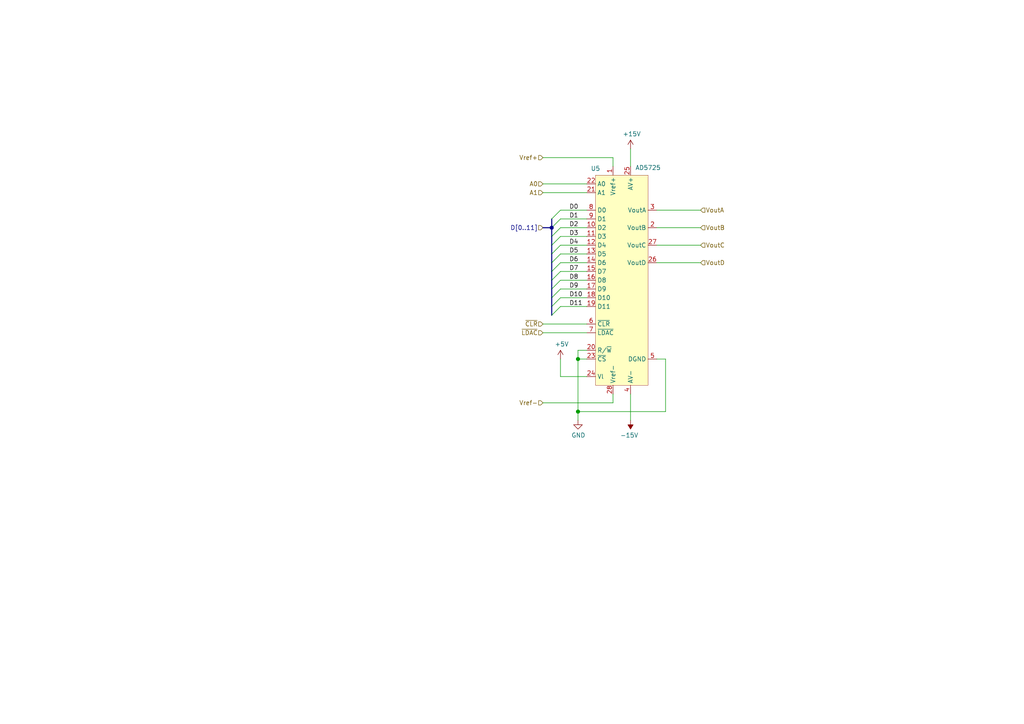
<source format=kicad_sch>
(kicad_sch (version 20210126) (generator eeschema)
  (paper "A4")
  (lib_symbols
    (symbol "Unichip:AD5725"
      (property "Reference" "U" (at 5.08 2.54 0))
      (property "Value" "AD5725" (at -7.62 2.54 0))
      (symbol "AD5725_0_1"
        (rectangle (start -7.62 0) (end 7.62 -60.96) (stroke (width 0.001)) (fill (type background)))
      )
      (symbol "AD5725_1_1"
        (pin power_in line (at -2.54 2.54 270) (length 2.54) (name "Vref+") (number "1"))
        (pin output line (at 10.16 -15.24 180) (length 2.54) (name "VoutB") (number "2"))
        (pin output line (at 10.16 -10.16 180) (length 2.54) (name "VoutA") (number "3"))
        (pin power_in line (at 2.54 -63.5 90) (length 2.54) (name "AV-") (number "4"))
        (pin power_in line (at 10.16 -53.34 180) (length 2.54) (name "DGND") (number "5"))
        (pin input line (at -10.16 -43.18 0) (length 2.54) (name "~CLR") (number "6"))
        (pin input line (at -10.16 -45.72 0) (length 2.54) (name "~LDAC") (number "7"))
        (pin input line (at -10.16 -10.16 0) (length 2.54) (name "D0") (number "8"))
        (pin input line (at -10.16 -12.7 0) (length 2.54) (name "D1") (number "9"))
        (pin input line (at -10.16 -15.24 0) (length 2.54) (name "D2") (number "10"))
        (pin input line (at -10.16 -17.78 0) (length 2.54) (name "D3") (number "11"))
        (pin input line (at -10.16 -20.32 0) (length 2.54) (name "D4") (number "12"))
        (pin input line (at -10.16 -22.86 0) (length 2.54) (name "D5") (number "13"))
        (pin input line (at -10.16 -25.4 0) (length 2.54) (name "D6") (number "14"))
        (pin input line (at -10.16 -27.94 0) (length 2.54) (name "D7") (number "15"))
        (pin input line (at -10.16 -30.48 0) (length 2.54) (name "D8") (number "16"))
        (pin input line (at -10.16 -33.02 0) (length 2.54) (name "D9") (number "17"))
        (pin input line (at -10.16 -35.56 0) (length 2.54) (name "D10") (number "18"))
        (pin input line (at -10.16 -38.1 0) (length 2.54) (name "D11") (number "19"))
        (pin input line (at -10.16 -50.8 0) (length 2.54) (name "R/~W") (number "20"))
        (pin input line (at -10.16 -5.08 0) (length 2.54) (name "A1") (number "21"))
        (pin input line (at -10.16 -2.54 0) (length 2.54) (name "A0") (number "22"))
        (pin input line (at -10.16 -53.34 0) (length 2.54) (name "~CS") (number "23"))
        (pin power_in line (at -10.16 -58.42 0) (length 2.54) (name "Vl") (number "24"))
        (pin power_in line (at 2.54 2.54 270) (length 2.54) (name "AV+") (number "25"))
        (pin output line (at 10.16 -25.4 180) (length 2.54) (name "VoutD") (number "26"))
        (pin output line (at 10.16 -20.32 180) (length 2.54) (name "VoutC") (number "27"))
        (pin power_in line (at -2.54 -63.5 90) (length 2.54) (name "Vref-") (number "28"))
      )
    )
    (symbol "power:+15V" (power) (pin_names (offset 0))
      (property "Value" "+15V" (at 0 3.556 0))
      (symbol "+15V_0_1"
        (polyline (pts (xy -0.762 1.27) (xy 0 2.54)))
        (polyline (pts (xy 0 0) (xy 0 2.54)))
        (polyline (pts (xy 0 2.54) (xy 0.762 1.27)))
      )
      (symbol "+15V_1_1"
        (pin power_in line (at 0 0 90) (length 0) hide (name "+15V") (number "1"))
      )
    )
    (symbol "power:+5V" (power) (pin_names (offset 0))
      (property "Value" "+5V" (at 0 3.556 0))
      (symbol "+5V_0_1"
        (polyline (pts (xy -0.762 1.27) (xy 0 2.54)))
        (polyline (pts (xy 0 0) (xy 0 2.54)))
        (polyline (pts (xy 0 2.54) (xy 0.762 1.27)))
      )
      (symbol "+5V_1_1"
        (pin power_in line (at 0 0 90) (length 0) hide (name "+5V") (number "1"))
      )
    )
    (symbol "power:-15V" (power) (pin_names (offset 0))
      (property "Value" "-15V" (at 0 3.81 0))
      (symbol "-15V_0_0"
        (pin power_in line (at 0 0 90) (length 0) hide (name "-15V") (number "1"))
      )
      (symbol "-15V_0_1"
        (polyline (pts (xy 0 0) (xy 0 1.27) (xy 0.762 1.27) (xy 0 2.54) (xy -0.762 1.27) (xy 0 1.27)) (fill (type outline)))
      )
    )
    (symbol "power:GND" (power) (pin_names (offset 0))
      (property "Value" "GND" (at 0 -3.81 0))
      (symbol "GND_0_1"
        (polyline (pts (xy 0 0) (xy 0 -1.27) (xy 1.27 -1.27) (xy 0 -2.54) (xy -1.27 -1.27) (xy 0 -1.27)))
      )
      (symbol "GND_1_1"
        (pin power_in line (at 0 0 270) (length 0) hide (name "GND") (number "1"))
      )
    )
  )
  (junction (at 167.64 104.14) (diameter 1.016))
  (junction (at 167.64 119.38) (diameter 1.016))
  (junction (at 160.02 66.04) (diameter 1.016))
  (bus_entry (at 162.56 60.96) (size -2.54 2.54) (stroke (width 0.1524)))
  (bus_entry (at 162.56 63.5) (size -2.54 2.54) (stroke (width 0.1524)))
  (bus_entry (at 162.56 66.04) (size -2.54 2.54) (stroke (width 0.1524)))
  (bus_entry (at 162.56 68.58) (size -2.54 2.54) (stroke (width 0.1524)))
  (bus_entry (at 162.56 71.12) (size -2.54 2.54) (stroke (width 0.1524)))
  (bus_entry (at 162.56 73.66) (size -2.54 2.54) (stroke (width 0.1524)))
  (bus_entry (at 162.56 76.2) (size -2.54 2.54) (stroke (width 0.1524)))
  (bus_entry (at 162.56 78.74) (size -2.54 2.54) (stroke (width 0.1524)))
  (bus_entry (at 162.56 81.28) (size -2.54 2.54) (stroke (width 0.1524)))
  (bus_entry (at 162.56 83.82) (size -2.54 2.54) (stroke (width 0.1524)))
  (bus_entry (at 162.56 86.36) (size -2.54 2.54) (stroke (width 0.1524)))
  (bus_entry (at 162.56 88.9) (size -2.54 2.54) (stroke (width 0.1524)))
  (wire (pts (xy 157.48 45.72) (xy 177.8 45.72)))
  (wire (pts (xy 157.48 53.34) (xy 170.18 53.34)))
  (wire (pts (xy 157.48 55.88) (xy 170.18 55.88)))
  (wire (pts (xy 157.48 93.98) (xy 170.18 93.98)))
  (wire (pts (xy 157.48 96.52) (xy 170.18 96.52)))
  (wire (pts (xy 162.56 60.96) (xy 170.18 60.96)))
  (wire (pts (xy 162.56 63.5) (xy 170.18 63.5)))
  (wire (pts (xy 162.56 66.04) (xy 170.18 66.04)))
  (wire (pts (xy 162.56 68.58) (xy 170.18 68.58)))
  (wire (pts (xy 162.56 71.12) (xy 170.18 71.12)))
  (wire (pts (xy 162.56 73.66) (xy 170.18 73.66)))
  (wire (pts (xy 162.56 76.2) (xy 170.18 76.2)))
  (wire (pts (xy 162.56 78.74) (xy 170.18 78.74)))
  (wire (pts (xy 162.56 81.28) (xy 170.18 81.28)))
  (wire (pts (xy 162.56 83.82) (xy 170.18 83.82)))
  (wire (pts (xy 162.56 86.36) (xy 170.18 86.36)))
  (wire (pts (xy 162.56 88.9) (xy 170.18 88.9)))
  (wire (pts (xy 162.56 109.22) (xy 162.56 104.14)))
  (wire (pts (xy 167.64 101.6) (xy 167.64 104.14)))
  (wire (pts (xy 167.64 104.14) (xy 167.64 119.38)))
  (wire (pts (xy 167.64 104.14) (xy 170.18 104.14)))
  (wire (pts (xy 167.64 119.38) (xy 167.64 121.92)))
  (wire (pts (xy 167.64 119.38) (xy 193.04 119.38)))
  (wire (pts (xy 170.18 101.6) (xy 167.64 101.6)))
  (wire (pts (xy 170.18 109.22) (xy 162.56 109.22)))
  (wire (pts (xy 177.8 45.72) (xy 177.8 48.26)))
  (wire (pts (xy 177.8 114.3) (xy 177.8 116.84)))
  (wire (pts (xy 177.8 116.84) (xy 157.48 116.84)))
  (wire (pts (xy 182.88 43.18) (xy 182.88 48.26)))
  (wire (pts (xy 182.88 114.3) (xy 182.88 121.92)))
  (wire (pts (xy 190.5 60.96) (xy 203.2 60.96)))
  (wire (pts (xy 190.5 66.04) (xy 203.2 66.04)))
  (wire (pts (xy 190.5 71.12) (xy 203.2 71.12)))
  (wire (pts (xy 190.5 76.2) (xy 203.2 76.2)))
  (wire (pts (xy 193.04 104.14) (xy 190.5 104.14)))
  (wire (pts (xy 193.04 104.14) (xy 193.04 119.38)))
  (bus (pts (xy 157.48 66.04) (xy 160.02 66.04)))
  (bus (pts (xy 160.02 63.5) (xy 160.02 66.04)))
  (bus (pts (xy 160.02 66.04) (xy 160.02 68.58)))
  (bus (pts (xy 160.02 68.58) (xy 160.02 71.12)))
  (bus (pts (xy 160.02 71.12) (xy 160.02 73.66)))
  (bus (pts (xy 160.02 73.66) (xy 160.02 76.2)))
  (bus (pts (xy 160.02 76.2) (xy 160.02 78.74)))
  (bus (pts (xy 160.02 78.74) (xy 160.02 81.28)))
  (bus (pts (xy 160.02 81.28) (xy 160.02 83.82)))
  (bus (pts (xy 160.02 83.82) (xy 160.02 86.36)))
  (bus (pts (xy 160.02 86.36) (xy 160.02 88.9)))
  (bus (pts (xy 160.02 88.9) (xy 160.02 91.44)))
  (label "D0" (at 165.1 60.96 0))
  (label "D1" (at 165.1 63.5 0))
  (label "D2" (at 165.1 66.04 0))
  (label "D3" (at 165.1 68.58 0))
  (label "D4" (at 165.1 71.12 0))
  (label "D5" (at 165.1 73.66 0))
  (label "D6" (at 165.1 76.2 0))
  (label "D7" (at 165.1 78.74 0))
  (label "D8" (at 165.1 81.28 0))
  (label "D9" (at 165.1 83.82 0))
  (label "D10" (at 165.1 86.36 0))
  (label "D11" (at 165.1 88.9 0))
  (hierarchical_label "Vref+" (shape input) (at 157.48 45.72 180))
  (hierarchical_label "A0" (shape input) (at 157.48 53.34 180))
  (hierarchical_label "A1" (shape input) (at 157.48 55.88 180))
  (hierarchical_label "D[0..11]" (shape input) (at 157.48 66.04 180))
  (hierarchical_label "~CLR" (shape input) (at 157.48 93.98 180))
  (hierarchical_label "~LDAC" (shape input) (at 157.48 96.52 180))
  (hierarchical_label "Vref-" (shape input) (at 157.48 116.84 180))
  (hierarchical_label "VoutA" (shape input) (at 203.2 60.96 0))
  (hierarchical_label "VoutB" (shape input) (at 203.2 66.04 0))
  (hierarchical_label "VoutC" (shape input) (at 203.2 71.12 0))
  (hierarchical_label "VoutD" (shape input) (at 203.2 76.2 0))
  (symbol (lib_id "power:+5V") (at 162.56 104.14 0)
    (property "Reference" "#PWR0129" (effects hide))
    (property "Value" "+5V" (at 162.9283 99.8156 0))
  )
  (symbol (lib_id "power:+15V") (at 182.88 43.18 0)
    (property "Reference" "#PWR0128" (effects hide))
    (property "Value" "+15V" (at 183.2483 38.8556 0))
  )
  (symbol (lib_id "power:-15V") (at 182.88 121.92 180)
    (property "Reference" "#PWR0131" (effects hide))
    (property "Value" "-15V" (at 182.5117 126.2444 0))
  )
  (symbol (lib_id "power:GND") (at 167.64 121.92 0)
    (property "Reference" "#PWR0130" (effects hide))
    (property "Value" "GND" (at 167.7543 126.2444 0))
  )
  (symbol (lib_id "Unichip:AD5725") (at 180.34 50.8 0)
    (property "Reference" "U5" (at 172.72 48.8758 0))
    (property "Value" "AD5725" (at 187.96 48.6345 0))
    (property "Footprint" "Package_SO:SSOP-28_5.3x10.2mm_P0.65mm" (effects hide))
  )
)
</source>
